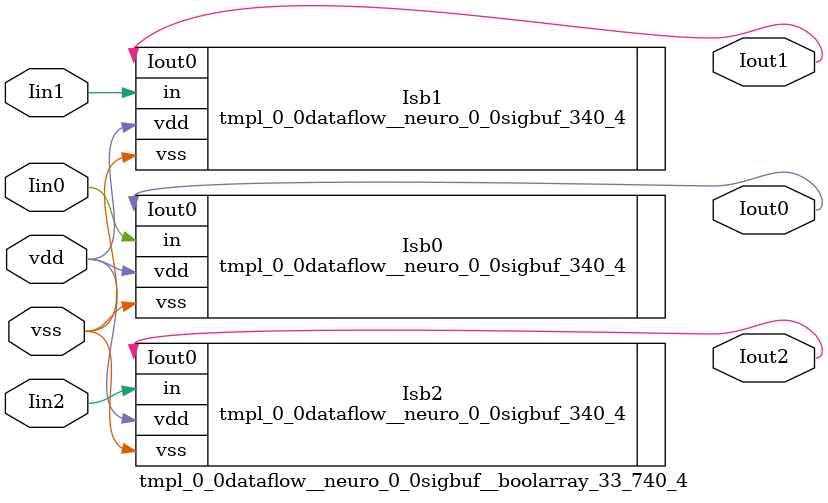
<source format=v>
module tmpl_0_0dataflow__neuro_0_0sigbuf__boolarray_33_740_4(Iin0 , Iin1 , Iin2 , Iout0 , Iout1 , Iout2 , vdd, vss); 
   input vdd;
   input vss;
   input Iin0 ;
   input Iin1 ;
   input Iin2 ;
   
   
   

// -- signals ---
   output Iout1 ;
   output Iout0 ;
   wire Iin1 ;
   wire Iin2 ;
   wire Iin0 ;
   output Iout2 ;

// --- instances
tmpl_0_0dataflow__neuro_0_0sigbuf_340_4 Isb0  (.in(Iin0 ), .Iout0 (Iout0 ), .vdd(vdd), .vss(vss));
tmpl_0_0dataflow__neuro_0_0sigbuf_340_4 Isb1  (.in(Iin1 ), .Iout0 (Iout1 ), .vdd(vdd), .vss(vss));
tmpl_0_0dataflow__neuro_0_0sigbuf_340_4 Isb2  (.in(Iin2 ), .Iout0 (Iout2 ), .vdd(vdd), .vss(vss));
endmodule
</source>
